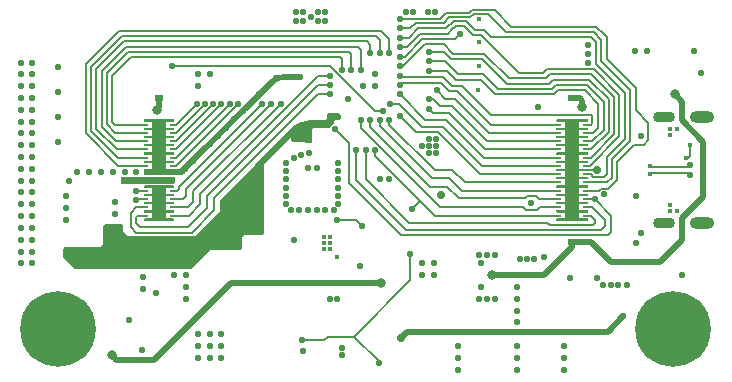
<source format=gbr>
%TF.GenerationSoftware,KiCad,Pcbnew,(6.0.9)*%
%TF.CreationDate,2022-12-01T07:32:15+10:00*%
%TF.ProjectId,NRF52Motherboard,4e524635-324d-46f7-9468-6572626f6172,rev?*%
%TF.SameCoordinates,Original*%
%TF.FileFunction,Copper,L4,Bot*%
%TF.FilePolarity,Positive*%
%FSLAX46Y46*%
G04 Gerber Fmt 4.6, Leading zero omitted, Abs format (unit mm)*
G04 Created by KiCad (PCBNEW (6.0.9)) date 2022-12-01 07:32:15*
%MOMM*%
%LPD*%
G01*
G04 APERTURE LIST*
%TA.AperFunction,ComponentPad*%
%ADD10C,6.400000*%
%TD*%
%TA.AperFunction,ComponentPad*%
%ADD11C,0.800000*%
%TD*%
%TA.AperFunction,ComponentPad*%
%ADD12O,2.050000X1.025000*%
%TD*%
%TA.AperFunction,ComponentPad*%
%ADD13O,1.850000X0.925000*%
%TD*%
%TA.AperFunction,SMDPad,CuDef*%
%ADD14R,0.405000X0.180000*%
%TD*%
%TA.AperFunction,SMDPad,CuDef*%
%ADD15R,0.760000X0.490000*%
%TD*%
%TA.AperFunction,ViaPad*%
%ADD16C,0.550000*%
%TD*%
%TA.AperFunction,ViaPad*%
%ADD17C,0.400000*%
%TD*%
%TA.AperFunction,ViaPad*%
%ADD18C,0.700000*%
%TD*%
%TA.AperFunction,ViaPad*%
%ADD19C,0.800000*%
%TD*%
%TA.AperFunction,Conductor*%
%ADD20C,0.180000*%
%TD*%
%TA.AperFunction,Conductor*%
%ADD21C,0.550000*%
%TD*%
%TA.AperFunction,Conductor*%
%ADD22C,0.500000*%
%TD*%
%TA.AperFunction,Conductor*%
%ADD23C,0.150000*%
%TD*%
%TA.AperFunction,Conductor*%
%ADD24C,0.200000*%
%TD*%
G04 APERTURE END LIST*
D10*
%TO.P,H2,1,1*%
%TO.N,GND*%
X74000000Y-123200000D03*
D11*
X74000000Y-125600000D03*
X76400000Y-123200000D03*
X72302944Y-124897056D03*
X71600000Y-123200000D03*
X75697056Y-124897056D03*
X74000000Y-120800000D03*
X72302944Y-121502944D03*
X75697056Y-121502944D03*
%TD*%
%TO.P,H4,1,1*%
%TO.N,GND*%
X128400000Y-123200000D03*
X126000000Y-125600000D03*
X124302944Y-124897056D03*
X127697056Y-124897056D03*
X126000000Y-120800000D03*
X123600000Y-123200000D03*
X127697056Y-121502944D03*
X124302944Y-121502944D03*
D10*
X126000000Y-123200000D03*
%TD*%
D12*
%TO.P,J3,S1,SHIELD*%
%TO.N,unconnected-(J3-PadS1)*%
X128500000Y-114150000D03*
%TO.P,J3,S2,SHIELD*%
X128500000Y-105250000D03*
D13*
%TO.P,J3,S3,SHIELD*%
X125300000Y-114150000D03*
%TO.P,J3,S4,SHIELD*%
X125300000Y-105250000D03*
%TD*%
D14*
%TO.P,J5,1,Pin_1*%
%TO.N,GND*%
X83597500Y-105500000D03*
%TO.P,J5,2,Pin_2*%
X81402500Y-105500000D03*
%TO.P,J5,3,Pin_3*%
%TO.N,P1.10*%
X83597500Y-105850000D03*
%TO.P,J5,4,Pin_4*%
%TO.N,P1.04*%
X81402500Y-105850000D03*
%TO.P,J5,5,Pin_5*%
%TO.N,GND*%
X83597500Y-106200000D03*
%TO.P,J5,6,Pin_6*%
X81402500Y-106200000D03*
%TO.P,J5,7,Pin_7*%
%TO.N,P1.11*%
X83597500Y-106550000D03*
%TO.P,J5,8,Pin_8*%
%TO.N,P1.06*%
X81402500Y-106550000D03*
%TO.P,J5,9,Pin_9*%
%TO.N,GND*%
X83597500Y-106900000D03*
%TO.P,J5,10,Pin_10*%
X81402500Y-106900000D03*
%TO.P,J5,11,Pin_11*%
%TO.N,P1.12*%
X83597500Y-107250000D03*
%TO.P,J5,12,Pin_12*%
%TO.N,P1.07*%
X81402500Y-107250000D03*
%TO.P,J5,13,Pin_13*%
%TO.N,GND*%
X83597500Y-107600000D03*
%TO.P,J5,14,Pin_14*%
X81402500Y-107600000D03*
%TO.P,J5,15,Pin_15*%
%TO.N,P1.13*%
X83597500Y-107950000D03*
%TO.P,J5,16,Pin_16*%
%TO.N,P1.05*%
X81402500Y-107950000D03*
%TO.P,J5,17,Pin_17*%
%TO.N,GND*%
X83597500Y-108300000D03*
%TO.P,J5,18,Pin_18*%
X81402500Y-108300000D03*
%TO.P,J5,19,Pin_19*%
%TO.N,P1.14*%
X83597500Y-108650000D03*
%TO.P,J5,20,Pin_20*%
%TO.N,P1.03*%
X81402500Y-108650000D03*
%TO.P,J5,21,Pin_21*%
%TO.N,GND*%
X83597500Y-109000000D03*
%TO.P,J5,22,Pin_22*%
X81402500Y-109000000D03*
%TO.P,J5,23,Pin_23*%
%TO.N,P1.15*%
X83597500Y-109350000D03*
%TO.P,J5,24,Pin_24*%
%TO.N,P1.01*%
X81402500Y-109350000D03*
%TO.P,J5,25,Pin_25*%
%TO.N,GND*%
X83597500Y-109700000D03*
%TO.P,J5,26,Pin_26*%
X81402500Y-109700000D03*
%TO.P,J5,27,Pin_27*%
X83597500Y-110050000D03*
%TO.P,J5,28,Pin_28*%
X81402500Y-110050000D03*
%TO.P,J5,29,Pin_29*%
%TO.N,3V3A*%
X83597500Y-110400000D03*
%TO.P,J5,30,Pin_30*%
X81402500Y-110400000D03*
%TO.P,J5,31,Pin_31*%
X83597500Y-110750000D03*
%TO.P,J5,32,Pin_32*%
X81402500Y-110750000D03*
%TO.P,J5,33,Pin_33*%
%TO.N,GND*%
X83597500Y-111100000D03*
%TO.P,J5,34,Pin_34*%
X81402500Y-111100000D03*
%TO.P,J5,35,Pin_35*%
%TO.N,AIN5*%
X83597500Y-111450000D03*
%TO.P,J5,36,Pin_36*%
%TO.N,AIN2*%
X81402500Y-111450000D03*
%TO.P,J5,37,Pin_37*%
%TO.N,GND*%
X83597500Y-111800000D03*
%TO.P,J5,38,Pin_38*%
X81402500Y-111800000D03*
%TO.P,J5,39,Pin_39*%
%TO.N,AIN7*%
X83597500Y-112150000D03*
%TO.P,J5,40,Pin_40*%
%TO.N,AIN3*%
X81402500Y-112150000D03*
%TO.P,J5,41,Pin_41*%
%TO.N,GND*%
X83597500Y-112500000D03*
%TO.P,J5,42,Pin_42*%
X81402500Y-112500000D03*
%TO.P,J5,43,Pin_43*%
%TO.N,AIN6*%
X83597500Y-112850000D03*
%TO.P,J5,44,Pin_44*%
%TO.N,AIN4*%
X81402500Y-112850000D03*
%TO.P,J5,45,Pin_45*%
%TO.N,GND*%
X83597500Y-113200000D03*
%TO.P,J5,46,Pin_46*%
X81402500Y-113200000D03*
%TO.P,J5,47,Pin_47*%
%TO.N,AIN1*%
X83597500Y-113550000D03*
%TO.P,J5,48,Pin_48*%
%TO.N,AIN0*%
X81402500Y-113550000D03*
%TO.P,J5,49,Pin_49*%
%TO.N,GND*%
X83597500Y-113900000D03*
%TO.P,J5,50,Pin_50*%
X81402500Y-113900000D03*
D15*
%TO.P,J5,51,Pin_51*%
X82500000Y-115780000D03*
%TO.P,J5,52,Pin_52*%
%TO.N,+3V3*%
X82500000Y-103620000D03*
%TD*%
D14*
%TO.P,J4,1,Pin_1*%
%TO.N,GND*%
X118597500Y-105500000D03*
%TO.P,J4,2,Pin_2*%
X116402500Y-105500000D03*
%TO.P,J4,3,Pin_3*%
%TO.N,P0.21*%
X118597500Y-105850000D03*
%TO.P,J4,4,Pin_4*%
%TO.N,P0.19*%
X116402500Y-105850000D03*
%TO.P,J4,5,Pin_5*%
%TO.N,GND*%
X118597500Y-106200000D03*
%TO.P,J4,6,Pin_6*%
X116402500Y-106200000D03*
%TO.P,J4,7,Pin_7*%
%TO.N,P0.20*%
X118597500Y-106550000D03*
%TO.P,J4,8,Pin_8*%
%TO.N,P0.17*%
X116402500Y-106550000D03*
%TO.P,J4,9,Pin_9*%
%TO.N,GND*%
X118597500Y-106900000D03*
%TO.P,J4,10,Pin_10*%
X116402500Y-106900000D03*
%TO.P,J4,11,Pin_11*%
%TO.N,P0.22*%
X118597500Y-107250000D03*
%TO.P,J4,12,Pin_12*%
%TO.N,P0.15*%
X116402500Y-107250000D03*
%TO.P,J4,13,Pin_13*%
%TO.N,GND*%
X118597500Y-107600000D03*
%TO.P,J4,14,Pin_14*%
X116402500Y-107600000D03*
%TO.P,J4,15,Pin_15*%
%TO.N,P0.24*%
X118597500Y-107950000D03*
%TO.P,J4,16,Pin_16*%
%TO.N,P0.13*%
X116402500Y-107950000D03*
%TO.P,J4,17,Pin_17*%
%TO.N,GND*%
X118597500Y-108300000D03*
%TO.P,J4,18,Pin_18*%
X116402500Y-108300000D03*
%TO.P,J4,19,Pin_19*%
%TO.N,P0.23*%
X118597500Y-108650000D03*
%TO.P,J4,20,Pin_20*%
%TO.N,~{NRF_RESET}*%
X116402500Y-108650000D03*
%TO.P,J4,21,Pin_21*%
%TO.N,GND*%
X118597500Y-109000000D03*
%TO.P,J4,22,Pin_22*%
X116402500Y-109000000D03*
%TO.P,J4,23,Pin_23*%
%TO.N,P0.25*%
X118597500Y-109350000D03*
%TO.P,J4,24,Pin_24*%
%TO.N,P0.16*%
X116402500Y-109350000D03*
%TO.P,J4,25,Pin_25*%
%TO.N,GND*%
X118597500Y-109700000D03*
%TO.P,J4,26,Pin_26*%
X116402500Y-109700000D03*
%TO.P,J4,27,Pin_27*%
%TO.N,P1.02*%
X118597500Y-110050000D03*
%TO.P,J4,28,Pin_28*%
%TO.N,P0.14*%
X116402500Y-110050000D03*
%TO.P,J4,29,Pin_29*%
%TO.N,GND*%
X118597500Y-110400000D03*
%TO.P,J4,30,Pin_30*%
X116402500Y-110400000D03*
%TO.P,J4,31,Pin_31*%
%TO.N,NFC1*%
X118597500Y-110750000D03*
%TO.P,J4,32,Pin_32*%
%TO.N,P0.12*%
X116402500Y-110750000D03*
%TO.P,J4,33,Pin_33*%
%TO.N,GND*%
X118597500Y-111100000D03*
%TO.P,J4,34,Pin_34*%
X116402500Y-111100000D03*
%TO.P,J4,35,Pin_35*%
%TO.N,NFC2*%
X118597500Y-111450000D03*
%TO.P,J4,36,Pin_36*%
%TO.N,P0.11*%
X116402500Y-111450000D03*
%TO.P,J4,37,Pin_37*%
%TO.N,GND*%
X118597500Y-111800000D03*
%TO.P,J4,38,Pin_38*%
X116402500Y-111800000D03*
%TO.P,J4,39,Pin_39*%
%TO.N,P0.26*%
X118597500Y-112150000D03*
%TO.P,J4,40,Pin_40*%
%TO.N,P1.08*%
X116402500Y-112150000D03*
%TO.P,J4,41,Pin_41*%
%TO.N,GND*%
X118597500Y-112500000D03*
%TO.P,J4,42,Pin_42*%
X116402500Y-112500000D03*
%TO.P,J4,43,Pin_43*%
%TO.N,SCL*%
X118597500Y-112850000D03*
%TO.P,J4,44,Pin_44*%
%TO.N,P0.07*%
X116402500Y-112850000D03*
%TO.P,J4,45,Pin_45*%
%TO.N,GND*%
X118597500Y-113200000D03*
%TO.P,J4,46,Pin_46*%
X116402500Y-113200000D03*
%TO.P,J4,47,Pin_47*%
%TO.N,SDA*%
X118597500Y-113550000D03*
%TO.P,J4,48,Pin_48*%
%TO.N,P1.09*%
X116402500Y-113550000D03*
%TO.P,J4,49,Pin_49*%
%TO.N,GND*%
X118597500Y-113900000D03*
%TO.P,J4,50,Pin_50*%
X116402500Y-113900000D03*
D15*
%TO.P,J4,51,Pin_51*%
%TO.N,VCC*%
X117500000Y-115780000D03*
%TO.P,J4,52,Pin_52*%
X117500000Y-103620000D03*
%TD*%
D16*
%TO.N,GND*%
X96000000Y-97100500D03*
X83800000Y-117600000D03*
X77800000Y-116600000D03*
X90300000Y-104000000D03*
X78800000Y-116600000D03*
X75800000Y-116600000D03*
X117200000Y-113125000D03*
X112800000Y-122600000D03*
X71800000Y-116600000D03*
X74600000Y-113900000D03*
X99500000Y-117820000D03*
X93700000Y-113100000D03*
X95200000Y-106400000D03*
X74600000Y-111900000D03*
X88200000Y-106100000D03*
X127800000Y-99600000D03*
X117800000Y-106275000D03*
X93450000Y-101800000D03*
X85800000Y-115600000D03*
X93900000Y-115600000D03*
X90800000Y-112600000D03*
X90800000Y-110600000D03*
D17*
X96500000Y-115400000D03*
D16*
X71800000Y-106600000D03*
X117200000Y-106275000D03*
X116800000Y-125600000D03*
X80600000Y-109900000D03*
X84800000Y-116600000D03*
X74900000Y-110600000D03*
X70800000Y-103600000D03*
X70800000Y-114600000D03*
X70800000Y-106600000D03*
X86800000Y-123600000D03*
X90800000Y-114600000D03*
X102000000Y-110500000D03*
X84800000Y-119600000D03*
X89800000Y-110600000D03*
X88900000Y-105400000D03*
X79800000Y-115600000D03*
X109600000Y-120584000D03*
X82800000Y-109875000D03*
X70800000Y-104600000D03*
X117800000Y-111925000D03*
X117800000Y-108675000D03*
X74000000Y-101000000D03*
X118800000Y-99900000D03*
X99800000Y-102600000D03*
X117200000Y-113725000D03*
X82800000Y-108675000D03*
X85800000Y-124600000D03*
X114600000Y-104400000D03*
X71800000Y-115600000D03*
X97000000Y-105200000D03*
X82800000Y-117600000D03*
X82800000Y-105675000D03*
X97700000Y-111200000D03*
X87800000Y-125600000D03*
X94100000Y-97100500D03*
X97600000Y-105200000D03*
X70800000Y-110600000D03*
X93450000Y-106800000D03*
X82200000Y-111900000D03*
X104800000Y-107700000D03*
X90800000Y-111600000D03*
X82200000Y-106275000D03*
X121400000Y-119400000D03*
X71800000Y-110600000D03*
X82200000Y-112500000D03*
X81150000Y-118737500D03*
X82200000Y-108675000D03*
X71800000Y-100600000D03*
X118800000Y-99100000D03*
X122900000Y-115900000D03*
X109600000Y-116900000D03*
X86800000Y-125600000D03*
X117200000Y-111325000D03*
X107800000Y-124600000D03*
X96000000Y-96300000D03*
X83800000Y-118600000D03*
X97700000Y-110500000D03*
X106000000Y-107700000D03*
X85800000Y-102600000D03*
X87500000Y-106800000D03*
D17*
X97000000Y-116400000D03*
D18*
X119600000Y-109700000D03*
D16*
X74000000Y-103100000D03*
X71800000Y-103600000D03*
D17*
X126350000Y-106200000D03*
D16*
X117800000Y-106875000D03*
X86800000Y-115600000D03*
X114300000Y-117200000D03*
X86800000Y-114600000D03*
X98000000Y-125350000D03*
X87800000Y-123600000D03*
X78800000Y-113400000D03*
D17*
X109600000Y-100900000D03*
D16*
X82200000Y-113700000D03*
X117200000Y-106875000D03*
X89800000Y-113600000D03*
X82800000Y-109275000D03*
X112800000Y-125600000D03*
X105300000Y-96300000D03*
X79950000Y-122437500D03*
X107800000Y-126600000D03*
X82800000Y-108075000D03*
X87800000Y-115600000D03*
X92450000Y-101950000D03*
X109800000Y-119600000D03*
D17*
X125750000Y-113200000D03*
D16*
X87800000Y-114600000D03*
X95350000Y-96750000D03*
X110300000Y-116900000D03*
D17*
X125750000Y-106200000D03*
D16*
X122900000Y-111900000D03*
X87800000Y-113600000D03*
X104800000Y-118600000D03*
X117200000Y-108075000D03*
X70800000Y-111600000D03*
X84700000Y-109600000D03*
X96600000Y-96300000D03*
X82200000Y-107475000D03*
X82800000Y-113100000D03*
X111000000Y-116900000D03*
X116800000Y-126600000D03*
X71800000Y-112600000D03*
X117800000Y-113125000D03*
X82800000Y-113700000D03*
X117800000Y-105675000D03*
X98500000Y-103700000D03*
X122100000Y-119400000D03*
X94400000Y-113100000D03*
X96300000Y-105800000D03*
X106000000Y-107100000D03*
X71800000Y-114600000D03*
X112800000Y-120600000D03*
X95100000Y-113100000D03*
D17*
X125750000Y-106700000D03*
D16*
X123300000Y-106800000D03*
X95200000Y-108300000D03*
X105400000Y-107100000D03*
X117200000Y-105675000D03*
D17*
X109600000Y-96900000D03*
D16*
X75600000Y-109900000D03*
X97300000Y-113100000D03*
X97700000Y-109800000D03*
X78800000Y-114600000D03*
X77800000Y-117600000D03*
X70800000Y-105600000D03*
D17*
X109550000Y-102900000D03*
D16*
X70800000Y-102600000D03*
X78600000Y-109900000D03*
X92750000Y-107500000D03*
X128400000Y-101500000D03*
X91700000Y-102600000D03*
D17*
X96500000Y-116400000D03*
D16*
X96600000Y-113100000D03*
X79600000Y-109900000D03*
X109800000Y-117600000D03*
X90800000Y-113600000D03*
X104800000Y-117600000D03*
X111000000Y-120584000D03*
X97700000Y-109100000D03*
X117200000Y-112525000D03*
X116800000Y-124600000D03*
X94100000Y-96300000D03*
X82800000Y-111900000D03*
X88800000Y-111600000D03*
X74000000Y-107300000D03*
X82800000Y-106875000D03*
X117800000Y-113725000D03*
X70800000Y-117600000D03*
X70800000Y-101600000D03*
X117800000Y-110725000D03*
X70800000Y-100600000D03*
X79800000Y-117600000D03*
D17*
X97000000Y-115900000D03*
D16*
X112800000Y-121600000D03*
X76800000Y-116600000D03*
X94500000Y-108400000D03*
X92050000Y-108200000D03*
X117200000Y-107475000D03*
X86800000Y-124600000D03*
D17*
X97000000Y-115400000D03*
D16*
X113100000Y-117200000D03*
X94700000Y-97100500D03*
X122800000Y-99600000D03*
X105800000Y-118600000D03*
X75800000Y-117600000D03*
X80800000Y-117600000D03*
X71800000Y-101600000D03*
X85800000Y-101600000D03*
X78800000Y-115600000D03*
D17*
X125750000Y-112700000D03*
D16*
X71800000Y-102600000D03*
X107800000Y-125600000D03*
X119600000Y-118800000D03*
D17*
X126350000Y-113200000D03*
D16*
X83800000Y-115600000D03*
X123300000Y-115000000D03*
X70800000Y-115600000D03*
X89800000Y-111600000D03*
X88800000Y-114600000D03*
X81150000Y-119737500D03*
X104000000Y-96300000D03*
X71800000Y-105600000D03*
X117800000Y-107475000D03*
X82200000Y-113100000D03*
X117800000Y-108075000D03*
X88800000Y-115600000D03*
X96600000Y-97100500D03*
X85400000Y-108900000D03*
D17*
X96500000Y-115900000D03*
D16*
X70800000Y-113600000D03*
X71800000Y-104600000D03*
X71800000Y-111600000D03*
X123800000Y-99600000D03*
X117800000Y-111325000D03*
X94200000Y-107000000D03*
X126800000Y-118600000D03*
X74000000Y-105200000D03*
X103400000Y-96300000D03*
X112800000Y-124600000D03*
X78800000Y-117600000D03*
X97700000Y-111900000D03*
X84800000Y-120600000D03*
X112800000Y-119600000D03*
X100800000Y-101600000D03*
X82800000Y-112500000D03*
X84800000Y-118600000D03*
X81800000Y-117600000D03*
X85800000Y-125600000D03*
X118800000Y-100600000D03*
X95150000Y-109500000D03*
X93300000Y-111900000D03*
X78800000Y-112400000D03*
X81050000Y-124937500D03*
X82200000Y-111300000D03*
X71800000Y-113600000D03*
X91350000Y-108900000D03*
X95200000Y-105800000D03*
D17*
X109600000Y-98900000D03*
D16*
X70800000Y-107600000D03*
X101200000Y-110500000D03*
X91000000Y-103300000D03*
X97600000Y-120600000D03*
X76800000Y-117600000D03*
X115075000Y-117025000D03*
X95850000Y-109500000D03*
X95900000Y-113100000D03*
X82250000Y-120137500D03*
X71800000Y-107600000D03*
X89800000Y-114600000D03*
X100800000Y-102600000D03*
X70800000Y-116600000D03*
X82200000Y-109875000D03*
X93300000Y-109800000D03*
X82200000Y-108075000D03*
X86100000Y-108200000D03*
X93300000Y-111200000D03*
X94150000Y-106100000D03*
X93300000Y-112600000D03*
X86800000Y-107500000D03*
X105400000Y-108300000D03*
X94687500Y-125000000D03*
X112800000Y-126600000D03*
X120200000Y-111769500D03*
X120800000Y-119400000D03*
X71800000Y-117600000D03*
X77600000Y-109900000D03*
D18*
X106350000Y-111800000D03*
D16*
X88800000Y-112600000D03*
X117800000Y-112525000D03*
X97700000Y-112600000D03*
X87800000Y-124600000D03*
X84800000Y-117600000D03*
X82200000Y-105675000D03*
X91350000Y-108900000D03*
X117200000Y-111925000D03*
X117200000Y-110725000D03*
X113700000Y-117200000D03*
X70800000Y-112600000D03*
X70800000Y-109600000D03*
X85800000Y-116600000D03*
X114000000Y-112500000D03*
X70800000Y-108600000D03*
X79800000Y-116600000D03*
X82200000Y-106875000D03*
X93300000Y-109100000D03*
X82800000Y-106275000D03*
X71800000Y-108600000D03*
X88800000Y-113600000D03*
X74800000Y-116600000D03*
X98012500Y-124750000D03*
X117300000Y-118800000D03*
X85800000Y-123600000D03*
X89600000Y-104700000D03*
X90800000Y-109600000D03*
X110300000Y-120584000D03*
X93900000Y-108700000D03*
D17*
X97600000Y-117100000D03*
D16*
X82200000Y-109275000D03*
X106000000Y-108300000D03*
X74600000Y-112900000D03*
X94700000Y-96300000D03*
X76600000Y-109900000D03*
X120100000Y-119400000D03*
X105900000Y-96300000D03*
X117200000Y-108675000D03*
X82800000Y-107475000D03*
X82800000Y-111300000D03*
X84800000Y-115600000D03*
X86800000Y-101600000D03*
X97000000Y-120600000D03*
X105800000Y-117600000D03*
X94450000Y-101800000D03*
X89800000Y-112600000D03*
X93300000Y-110500000D03*
X105400000Y-107700000D03*
X71800000Y-109600000D03*
D19*
%TO.N,VCC*%
X118318432Y-104325500D03*
X101300000Y-119300000D03*
X110700000Y-118600000D03*
X78500000Y-125400000D03*
X126200000Y-103300000D03*
D18*
%TO.N,+5V*%
X103000000Y-123900000D03*
D16*
X121800000Y-122100000D03*
D19*
%TO.N,+3V3*%
X82300000Y-104600000D03*
D16*
%TO.N,3V3A*%
X80600000Y-110575000D03*
X79600000Y-110575000D03*
%TO.N,NRF_SWO*%
X108009250Y-98153376D03*
X102900000Y-100100000D03*
%TO.N,~{NRF_RESET}*%
X102900000Y-103300000D03*
%TO.N,USB_CONN_D+*%
X127442735Y-109300000D03*
D17*
X124063613Y-109375000D03*
%TO.N,USB_CONN_D-*%
X124063613Y-110025000D03*
D16*
X127442735Y-110100000D03*
D17*
%TO.N,/CC2*%
X127500000Y-107600000D03*
X127100000Y-108700000D03*
D16*
%TO.N,SCL*%
X99200000Y-108000000D03*
%TO.N,SDA*%
X100000000Y-108000000D03*
%TO.N,AIN2*%
X80600000Y-111500000D03*
%TO.N,P1.09*%
X103900000Y-113000000D03*
X100800000Y-108000000D03*
%TO.N,P0.26*%
X97400000Y-106200000D03*
X119400000Y-112150000D03*
%TO.N,AIN3*%
X80600000Y-112200000D03*
%TO.N,P1.08*%
X100400000Y-105500000D03*
%TO.N,P0.11*%
X101200000Y-105500000D03*
%TO.N,P0.12*%
X102000000Y-105500000D03*
%TO.N,AIN6*%
X92800000Y-104100000D03*
%TO.N,AIN7*%
X92000000Y-104100000D03*
%TO.N,AIN5*%
X91200000Y-104100000D03*
%TO.N,P1.15*%
X89200000Y-104100000D03*
%TO.N,P1.13*%
X87800000Y-104100000D03*
%TO.N,P1.11*%
X86400000Y-104100000D03*
%TO.N,AIN4*%
X97000000Y-103300000D03*
%TO.N,AIN0*%
X97000000Y-102500000D03*
%TO.N,AIN1*%
X97000000Y-101700000D03*
%TO.N,P1.14*%
X88500000Y-104100000D03*
%TO.N,P1.12*%
X87100000Y-104100000D03*
%TO.N,P0.14*%
X102900000Y-105100000D03*
%TO.N,P0.19*%
X102900000Y-102500000D03*
%TO.N,P0.21*%
X102900000Y-101700000D03*
%TO.N,P0.23*%
X102900000Y-100900000D03*
%TO.N,P0.25*%
X102900000Y-99300000D03*
%TO.N,P1.02*%
X102900000Y-98500000D03*
%TO.N,NFC1*%
X102900000Y-97700000D03*
%TO.N,NFC2*%
X102900000Y-96900000D03*
%TO.N,P0.17*%
X106050000Y-102950000D03*
%TO.N,P0.20*%
X105400000Y-101300000D03*
%TO.N,P0.22*%
X105400000Y-100500000D03*
%TO.N,P0.24*%
X105400000Y-99700000D03*
%TO.N,P1.10*%
X85700000Y-104100000D03*
%TO.N,P1.04*%
X98000000Y-101200000D03*
%TO.N,P1.06*%
X98800000Y-101200000D03*
%TO.N,P1.07*%
X99600000Y-101200000D03*
%TO.N,P1.05*%
X100400000Y-99800000D03*
%TO.N,P1.03*%
X101200000Y-99800000D03*
%TO.N,P1.01*%
X102000000Y-99800000D03*
%TO.N,P0.16*%
X102100000Y-104100000D03*
%TO.N,P0.13*%
X105400000Y-104500000D03*
X101500000Y-104700000D03*
X83600000Y-100900000D03*
%TO.N,P0.15*%
X105400000Y-103700000D03*
%TO.N,P0.07*%
X99600000Y-105500000D03*
%TO.N,/P0.27*%
X99700000Y-114400000D03*
X97600000Y-113900000D03*
%TO.N,~{CHARGE}*%
X101150000Y-126000000D03*
X94612500Y-124100000D03*
X103750000Y-116800000D03*
%TD*%
D20*
%TO.N,/CC2*%
X127500000Y-107600000D02*
X127500000Y-108500000D01*
X127500000Y-108500000D02*
X127300000Y-108700000D01*
X127300000Y-108700000D02*
X127100000Y-108700000D01*
D21*
%TO.N,GND*%
X90800000Y-109600000D02*
X90800000Y-109452361D01*
X91400000Y-102900000D02*
X92075735Y-102224265D01*
X82800000Y-109875000D02*
X84425000Y-109875000D01*
X90800000Y-109452361D02*
X94107434Y-106144927D01*
D20*
X118597500Y-109700000D02*
X119600000Y-109700000D01*
D21*
X94450000Y-101800000D02*
X93100000Y-101800000D01*
X84478033Y-109821967D02*
X84900000Y-109400000D01*
X84425000Y-109875000D02*
X84900000Y-109400000D01*
X95050000Y-105800000D02*
X96400000Y-105800000D01*
X91400000Y-102900000D02*
X84900000Y-109400000D01*
X84350000Y-109875000D02*
X82800000Y-109875000D01*
X84478036Y-109821970D02*
G75*
G02*
X84420042Y-109863028I-173136J183070D01*
G01*
X93100000Y-101799992D02*
G75*
G03*
X92075735Y-102224265I0J-1448508D01*
G01*
X95050000Y-105800019D02*
G75*
G03*
X94107434Y-106144927I4100J-1471581D01*
G01*
D22*
%TO.N,VCC*%
X78900000Y-125800000D02*
X82100000Y-125800000D01*
X117500000Y-116200000D02*
X117500000Y-115780000D01*
X88600000Y-119300000D02*
X101300000Y-119300000D01*
X119080000Y-115780000D02*
X120800000Y-117500000D01*
X82100000Y-125800000D02*
X88600000Y-119300000D01*
X115100000Y-118600000D02*
X117500000Y-116200000D01*
X126800000Y-103900000D02*
X126200000Y-103300000D01*
X117500000Y-115780000D02*
X119080000Y-115780000D01*
X118120000Y-103620000D02*
X118318432Y-103818432D01*
X128600000Y-107300000D02*
X126800000Y-105500000D01*
X124900000Y-117500000D02*
X126800000Y-115600000D01*
X110700000Y-118600000D02*
X115100000Y-118600000D01*
X126800000Y-113800000D02*
X128600000Y-112000000D01*
X128600000Y-112000000D02*
X128600000Y-107300000D01*
X117500000Y-103620000D02*
X118120000Y-103620000D01*
X126800000Y-105500000D02*
X126800000Y-103900000D01*
X126800000Y-115600000D02*
X126800000Y-113800000D01*
X78500000Y-125400000D02*
X78900000Y-125800000D01*
X120800000Y-117500000D02*
X124900000Y-117500000D01*
X118318432Y-103818432D02*
X118318432Y-104325500D01*
%TO.N,+5V*%
X120500000Y-123400000D02*
X121800000Y-122100000D01*
X103000000Y-123900000D02*
X103500000Y-123400000D01*
X103500000Y-123400000D02*
X120500000Y-123400000D01*
D21*
%TO.N,+3V3*%
X82500000Y-104400000D02*
X82300000Y-104600000D01*
X82500000Y-103620000D02*
X82500000Y-104400000D01*
D23*
%TO.N,NRF_SWO*%
X107562626Y-98600000D02*
X108009250Y-98153376D01*
X102900000Y-100100000D02*
X103313604Y-100100000D01*
X103313604Y-100100000D02*
X104813604Y-98600000D01*
X104813604Y-98600000D02*
X107562626Y-98600000D01*
%TO.N,~{NRF_RESET}*%
X110250000Y-108650000D02*
X110300000Y-108650000D01*
X107973528Y-106625000D02*
X107973528Y-106626472D01*
X110300000Y-108650000D02*
X111050000Y-108650000D01*
X106798528Y-105450000D02*
X107973528Y-106625000D01*
X111050000Y-108650000D02*
X116402500Y-108650000D01*
X107973528Y-106626472D02*
X109473528Y-108126472D01*
X109997056Y-108650000D02*
X111050000Y-108650000D01*
X102900000Y-103300000D02*
X105050000Y-105450000D01*
X105050000Y-105450000D02*
X106798528Y-105450000D01*
X109473528Y-108126472D02*
X109997056Y-108650000D01*
X109997056Y-108650000D02*
X110300000Y-108650000D01*
D24*
%TO.N,USB_CONN_D+*%
X127442735Y-109300000D02*
X127267736Y-109474999D01*
X127267736Y-109474999D02*
X124163612Y-109474999D01*
X124163612Y-109474999D02*
X124063613Y-109375000D01*
%TO.N,USB_CONN_D-*%
X127442735Y-110100000D02*
X127267736Y-109925001D01*
X124163612Y-109925001D02*
X124063613Y-110025000D01*
X127267736Y-109925001D02*
X124163612Y-109925001D01*
D23*
%TO.N,SCL*%
X119150000Y-112850000D02*
X118597500Y-112850000D01*
X120250000Y-113950000D02*
X119150000Y-112850000D01*
X120250000Y-114450000D02*
X120250000Y-113950000D01*
X99200000Y-108000000D02*
X99200000Y-110550000D01*
X119950000Y-114750000D02*
X120250000Y-114450000D01*
X103400000Y-114750000D02*
X119950000Y-114750000D01*
X99200000Y-110550000D02*
X103400000Y-114750000D01*
%TO.N,SDA*%
X119400000Y-113900000D02*
X119400000Y-114150000D01*
X118597500Y-113550000D02*
X119050000Y-113550000D01*
X100000000Y-110500000D02*
X103650000Y-114150000D01*
X119050000Y-113550000D02*
X119200000Y-113700000D01*
X119250000Y-114350000D02*
X119400000Y-114200000D01*
X119200000Y-113700000D02*
X119400000Y-113900000D01*
X115400000Y-114150000D02*
X115600000Y-114350000D01*
X119400000Y-114150000D02*
X119400000Y-114200000D01*
X103650000Y-114150000D02*
X115400000Y-114150000D01*
X100000000Y-108000000D02*
X100000000Y-110500000D01*
X115600000Y-114350000D02*
X119250000Y-114350000D01*
%TO.N,AIN2*%
X81402500Y-111450000D02*
X80650000Y-111450000D01*
X80650000Y-111450000D02*
X80600000Y-111500000D01*
%TO.N,P1.09*%
X103900000Y-113000000D02*
X104600000Y-112300000D01*
X104600000Y-112300000D02*
X100800000Y-108500000D01*
X116402500Y-113550000D02*
X105850000Y-113550000D01*
X105850000Y-113550000D02*
X104600000Y-112300000D01*
X100800000Y-108500000D02*
X100800000Y-108000000D01*
%TO.N,P0.26*%
X103000000Y-115200000D02*
X98600000Y-110800000D01*
X120800000Y-114950000D02*
X120550000Y-115200000D01*
X98600000Y-107400000D02*
X97400000Y-106200000D01*
X118597500Y-112150000D02*
X119400000Y-112150000D01*
X120800000Y-113550000D02*
X120800000Y-114950000D01*
X120550000Y-115200000D02*
X103000000Y-115200000D01*
X119400000Y-112150000D02*
X120800000Y-113550000D01*
X98600000Y-110800000D02*
X98600000Y-107400000D01*
%TO.N,AIN3*%
X81402500Y-112150000D02*
X80650000Y-112150000D01*
X80650000Y-112150000D02*
X80600000Y-112200000D01*
%TO.N,P1.08*%
X100400000Y-106050000D02*
X105450000Y-111100000D01*
X113700000Y-111900000D02*
X114400000Y-111900000D01*
X107900000Y-112100000D02*
X113500000Y-112100000D01*
X113500000Y-112100000D02*
X113700000Y-111900000D01*
X114650000Y-112150000D02*
X116402500Y-112150000D01*
X106900000Y-111100000D02*
X107900000Y-112100000D01*
X114400000Y-111900000D02*
X114650000Y-112150000D01*
X105450000Y-111100000D02*
X106900000Y-111100000D01*
X100400000Y-105500000D02*
X100400000Y-106050000D01*
%TO.N,P0.11*%
X107100000Y-110400000D02*
X108150000Y-111450000D01*
X101200000Y-105950000D02*
X105650000Y-110400000D01*
X105650000Y-110400000D02*
X107100000Y-110400000D01*
X108150000Y-111450000D02*
X116402500Y-111450000D01*
X101200000Y-105500000D02*
X101200000Y-105950000D01*
%TO.N,P0.12*%
X108400000Y-110750000D02*
X116402500Y-110750000D01*
X102000000Y-105500000D02*
X102000000Y-105850000D01*
X107350000Y-109700000D02*
X108400000Y-110750000D01*
X105850000Y-109700000D02*
X107350000Y-109700000D01*
X102000000Y-105850000D02*
X105850000Y-109700000D01*
%TO.N,AIN6*%
X92800000Y-104100000D02*
X85400000Y-111500000D01*
X85400000Y-111725000D02*
X85400000Y-112400000D01*
X85400000Y-112400000D02*
X84950000Y-112850000D01*
X84950000Y-112850000D02*
X83597500Y-112850000D01*
X85400000Y-111500000D02*
X85400000Y-111725000D01*
%TO.N,AIN7*%
X84550000Y-112150000D02*
X84800000Y-111900000D01*
X83797500Y-112150000D02*
X84550000Y-112150000D01*
X84800000Y-111900000D02*
X84800000Y-111500000D01*
X92000000Y-104100000D02*
X84800000Y-111300000D01*
X84800000Y-111300000D02*
X84800000Y-111500000D01*
%TO.N,AIN5*%
X84200000Y-111300000D02*
X84050000Y-111450000D01*
X84200000Y-111200000D02*
X84200000Y-111300000D01*
X91200000Y-104100000D02*
X84200000Y-111100000D01*
X84200000Y-111100000D02*
X84200000Y-111200000D01*
X84050000Y-111450000D02*
X83597500Y-111450000D01*
%TO.N,P1.15*%
X83950000Y-109350000D02*
X89200000Y-104100000D01*
X83597500Y-109350000D02*
X83950000Y-109350000D01*
%TO.N,P1.13*%
X87800000Y-104100000D02*
X83950000Y-107950000D01*
X83950000Y-107950000D02*
X83597500Y-107950000D01*
%TO.N,P1.11*%
X83950000Y-106550000D02*
X83597500Y-106550000D01*
X86400000Y-104100000D02*
X83950000Y-106550000D01*
%TO.N,AIN4*%
X80600000Y-115000000D02*
X80100000Y-114500000D01*
X96000000Y-103300000D02*
X87200000Y-112100000D01*
X85300000Y-115000000D02*
X80600000Y-115000000D01*
X80100000Y-113300000D02*
X80550000Y-112850000D01*
X87200000Y-112100000D02*
X87200000Y-113100000D01*
X80550000Y-112850000D02*
X81402500Y-112850000D01*
X97000000Y-103300000D02*
X96000000Y-103300000D01*
X80100000Y-114500000D02*
X80100000Y-113300000D01*
X87200000Y-113100000D02*
X85300000Y-115000000D01*
%TO.N,AIN0*%
X86600000Y-112900000D02*
X85000000Y-114500000D01*
X97000000Y-102500000D02*
X96000000Y-102500000D01*
X85000000Y-114500000D02*
X80900000Y-114500000D01*
X80750000Y-113550000D02*
X81402500Y-113550000D01*
X86600000Y-111900000D02*
X86600000Y-112900000D01*
X80900000Y-114500000D02*
X80600000Y-114200000D01*
X80600000Y-113700000D02*
X80750000Y-113550000D01*
X96000000Y-102500000D02*
X86600000Y-111900000D01*
X80600000Y-114200000D02*
X80600000Y-113700000D01*
%TO.N,AIN1*%
X86000000Y-112600000D02*
X85050000Y-113550000D01*
X96000000Y-101700000D02*
X86000000Y-111700000D01*
X97000000Y-101700000D02*
X96000000Y-101700000D01*
X85050000Y-113550000D02*
X83597500Y-113550000D01*
X86000000Y-111700000D02*
X86000000Y-112600000D01*
%TO.N,P1.14*%
X88500000Y-104100000D02*
X83950000Y-108650000D01*
X83950000Y-108650000D02*
X83597500Y-108650000D01*
%TO.N,P1.12*%
X83950000Y-107250000D02*
X83597500Y-107250000D01*
X87100000Y-104100000D02*
X83950000Y-107250000D01*
%TO.N,P0.14*%
X104250000Y-106450000D02*
X102900000Y-105100000D01*
X116402500Y-110050000D02*
X109700000Y-110050000D01*
X106100000Y-106450000D02*
X104250000Y-106450000D01*
X109700000Y-110050000D02*
X106100000Y-106450000D01*
%TO.N,P0.19*%
X107850000Y-103101472D02*
X109444112Y-104695584D01*
X107100000Y-103050000D02*
X107800000Y-103050000D01*
X107800000Y-103050000D02*
X107850000Y-103100000D01*
X110592640Y-105850000D02*
X116402500Y-105850000D01*
X107850000Y-103100000D02*
X107850000Y-103101472D01*
X109444112Y-104695584D02*
X109444112Y-104701472D01*
X106400000Y-102350000D02*
X107100000Y-103050000D01*
X102900000Y-102500000D02*
X103050000Y-102350000D01*
X109444112Y-104701472D02*
X110592640Y-105850000D01*
X103050000Y-102350000D02*
X106400000Y-102350000D01*
%TO.N,P0.21*%
X119050000Y-105850000D02*
X119200000Y-105700000D01*
X119200000Y-105700000D02*
X119200000Y-105100000D01*
X107300000Y-102600000D02*
X106550000Y-101850000D01*
X119200000Y-105100000D02*
X119100000Y-105000000D01*
X119100000Y-105000000D02*
X110600000Y-105000000D01*
X118597500Y-105850000D02*
X119050000Y-105850000D01*
X102900000Y-101700000D02*
X103050000Y-101850000D01*
X110600000Y-105000000D02*
X108200000Y-102600000D01*
X108200000Y-102600000D02*
X107300000Y-102600000D01*
X103050000Y-101850000D02*
X106150000Y-101850000D01*
X106550000Y-101850000D02*
X106150000Y-101850000D01*
%TO.N,P0.23*%
X119114310Y-101600000D02*
X121050000Y-103535690D01*
X119059188Y-108650000D02*
X118597500Y-108650000D01*
X115600000Y-101600000D02*
X119114310Y-101600000D01*
X121050000Y-103535690D02*
X121050000Y-106659188D01*
X110061396Y-99875000D02*
X112136396Y-101950000D01*
X121050000Y-106659188D02*
X119059188Y-108650000D01*
X112136396Y-101950000D02*
X115250000Y-101950000D01*
X107425000Y-99875000D02*
X110061396Y-99875000D01*
X102900000Y-100900000D02*
X103150000Y-100900000D01*
X105000000Y-99050000D02*
X106600000Y-99050000D01*
X115250000Y-101950000D02*
X115600000Y-101600000D01*
X106600000Y-99050000D02*
X107425000Y-99875000D01*
X103150000Y-100900000D02*
X105000000Y-99050000D01*
%TO.N,P0.25*%
X107350000Y-97800000D02*
X107000000Y-98150000D01*
X115400000Y-101150000D02*
X119300000Y-101150000D01*
X103477208Y-99300000D02*
X102900000Y-99300000D01*
X107450000Y-97700000D02*
X107646624Y-97503376D01*
X113013173Y-101500000D02*
X115050000Y-101500000D01*
X107350000Y-97800000D02*
X107450000Y-97700000D01*
X109813173Y-98300000D02*
X113013173Y-101500000D01*
X108303376Y-97503376D02*
X109100000Y-98300000D01*
X109100000Y-98300000D02*
X109813173Y-98300000D01*
X107646624Y-97503376D02*
X107350000Y-97800000D01*
X118597500Y-109350000D02*
X118950000Y-109350000D01*
X119300000Y-101150000D02*
X121500000Y-103350000D01*
X115050000Y-101500000D02*
X115400000Y-101150000D01*
X107803376Y-97503376D02*
X108303376Y-97503376D01*
X119000000Y-109350000D02*
X118597500Y-109350000D01*
X121500000Y-106850000D02*
X119000000Y-109350000D01*
X107000000Y-98150000D02*
X104627208Y-98150000D01*
X104627208Y-98150000D02*
X103477208Y-99300000D01*
X121500000Y-103350000D02*
X121500000Y-106850000D01*
X107803376Y-97503376D02*
X107646624Y-97503376D01*
%TO.N,P1.02*%
X109300000Y-97850000D02*
X110000000Y-97850000D01*
X119500000Y-100700000D02*
X121950000Y-103150000D01*
X104440812Y-97700000D02*
X106813604Y-97700000D01*
X103640812Y-98500000D02*
X104440812Y-97700000D01*
X120400000Y-110000000D02*
X120150000Y-110250000D01*
X119100000Y-98450000D02*
X119500000Y-98850000D01*
X107463604Y-97050000D02*
X108500000Y-97050000D01*
X119500000Y-98850000D02*
X119500000Y-100700000D01*
X119050000Y-110050000D02*
X118597500Y-110050000D01*
X121950000Y-107050000D02*
X120400000Y-108600000D01*
X119250000Y-110250000D02*
X119050000Y-110050000D01*
X120150000Y-110250000D02*
X119250000Y-110250000D01*
X110600000Y-98450000D02*
X119100000Y-98450000D01*
X120400000Y-108600000D02*
X120400000Y-110000000D01*
X106813604Y-97700000D02*
X107463604Y-97050000D01*
X121950000Y-103150000D02*
X121950000Y-107050000D01*
X110000000Y-97850000D02*
X110600000Y-98450000D01*
X108500000Y-97050000D02*
X109300000Y-97850000D01*
X102900000Y-98500000D02*
X103640812Y-98500000D01*
%TO.N,NFC1*%
X108850000Y-96750000D02*
X109150000Y-96450000D01*
X119300000Y-98000000D02*
X111900000Y-98000000D01*
X110350000Y-96450000D02*
X110950000Y-97050000D01*
X122400000Y-102950000D02*
X119950000Y-100500000D01*
X122400000Y-107250000D02*
X122400000Y-102950000D01*
X103804416Y-97700000D02*
X104254416Y-97250000D01*
X102900000Y-97700000D02*
X103804416Y-97700000D01*
X120850000Y-110350000D02*
X120850000Y-108800000D01*
X119950000Y-98650000D02*
X119300000Y-98000000D01*
X120850000Y-108800000D02*
X122400000Y-107250000D01*
X104254416Y-97250000D02*
X106600000Y-97250000D01*
X119950000Y-100500000D02*
X119950000Y-98650000D01*
X110950000Y-97050000D02*
X110775000Y-96875000D01*
X110100000Y-96450000D02*
X110350000Y-96450000D01*
X111900000Y-98000000D02*
X110950000Y-97050000D01*
X109150000Y-96450000D02*
X110100000Y-96450000D01*
X118597500Y-110750000D02*
X120450000Y-110750000D01*
X107100000Y-96750000D02*
X108850000Y-96750000D01*
X106600000Y-97250000D02*
X107100000Y-96750000D01*
X120450000Y-110750000D02*
X120850000Y-110350000D01*
X110350000Y-96450000D02*
X110775000Y-96875000D01*
%TO.N,NFC2*%
X109000000Y-96150000D02*
X108750000Y-96400000D01*
X123950000Y-105700000D02*
X122875000Y-104625000D01*
X122875000Y-104625000D02*
X122875000Y-102775000D01*
X123550000Y-107550000D02*
X123950000Y-107150000D01*
X121300000Y-110550000D02*
X120550000Y-111300000D01*
X120400000Y-100300000D02*
X120400000Y-98450000D01*
X122750000Y-107550000D02*
X123550000Y-107550000D01*
X119900000Y-111300000D02*
X120450000Y-111300000D01*
X119750000Y-111450000D02*
X119900000Y-111300000D01*
X120550000Y-111300000D02*
X120450000Y-111300000D01*
X121300000Y-109850000D02*
X121300000Y-109000000D01*
X119500000Y-97550000D02*
X120150000Y-98200000D01*
X120400000Y-98450000D02*
X120150000Y-98200000D01*
X121300000Y-109000000D02*
X122750000Y-107550000D01*
X118400000Y-97550000D02*
X119500000Y-97550000D01*
X118597500Y-111450000D02*
X119750000Y-111450000D01*
X106300000Y-96900000D02*
X102900000Y-96900000D01*
X108750000Y-96400000D02*
X106800000Y-96400000D01*
X106800000Y-96400000D02*
X106300000Y-96900000D01*
X122875000Y-102775000D02*
X120400000Y-100300000D01*
X121300000Y-109850000D02*
X121300000Y-110550000D01*
X123950000Y-107150000D02*
X123950000Y-105700000D01*
X118400000Y-97550000D02*
X112350000Y-97550000D01*
X112350000Y-97550000D02*
X110950000Y-96150000D01*
X110950000Y-96150000D02*
X109000000Y-96150000D01*
%TO.N,P0.17*%
X106050000Y-102950000D02*
X106750000Y-103650000D01*
X108844112Y-104944112D02*
X108844112Y-104950000D01*
X107550000Y-103650000D02*
X108844112Y-104944112D01*
X108844112Y-104950000D02*
X110444112Y-106550000D01*
X106750000Y-103650000D02*
X107550000Y-103650000D01*
X110444112Y-106550000D02*
X116402500Y-106550000D01*
%TO.N,P0.20*%
X119700000Y-104100000D02*
X118550000Y-102950000D01*
X105400000Y-101300000D02*
X106900000Y-101300000D01*
X119250000Y-106550000D02*
X119700000Y-106100000D01*
X119250000Y-106550000D02*
X118597500Y-106550000D01*
X115950000Y-103300000D02*
X116300000Y-102950000D01*
X119700000Y-106100000D02*
X119700000Y-104100000D01*
X109750000Y-102050000D02*
X111000000Y-103300000D01*
X111000000Y-103300000D02*
X115950000Y-103300000D01*
X107650000Y-102050000D02*
X109750000Y-102050000D01*
X118550000Y-102950000D02*
X116300000Y-102950000D01*
X106900000Y-101300000D02*
X107650000Y-102050000D01*
%TO.N,P0.22*%
X105400000Y-100500000D02*
X106736396Y-100500000D01*
X120150000Y-106286396D02*
X119186396Y-107250000D01*
X111186396Y-102850000D02*
X115750000Y-102850000D01*
X118736396Y-102500000D02*
X120150000Y-103913604D01*
X119100000Y-107250000D02*
X118597500Y-107250000D01*
X115750000Y-102850000D02*
X116100000Y-102500000D01*
X116100000Y-102500000D02*
X118736396Y-102500000D01*
X119186396Y-107250000D02*
X119100000Y-107250000D01*
X109936396Y-101600000D02*
X111186396Y-102850000D01*
X107836396Y-101600000D02*
X109936396Y-101600000D01*
X120150000Y-103913604D02*
X120150000Y-106286396D01*
X106736396Y-100500000D02*
X107836396Y-101600000D01*
%TO.N,P0.24*%
X115850000Y-102050000D02*
X118928620Y-102050000D01*
X109875000Y-100325000D02*
X111950000Y-102400000D01*
X111950000Y-102400000D02*
X115500000Y-102400000D01*
X115500000Y-102400000D02*
X115850000Y-102050000D01*
X106600000Y-99700000D02*
X107225000Y-100325000D01*
X118928620Y-102050000D02*
X120600000Y-103721380D01*
X120600000Y-103721380D02*
X120600000Y-106472792D01*
X105400000Y-99700000D02*
X106600000Y-99700000D01*
X107225000Y-100325000D02*
X109875000Y-100325000D01*
X120600000Y-106472792D02*
X119122792Y-107950000D01*
X119122792Y-107950000D02*
X118597500Y-107950000D01*
%TO.N,P1.10*%
X83950000Y-105850000D02*
X83597500Y-105850000D01*
X85700000Y-104100000D02*
X83950000Y-105850000D01*
%TO.N,P1.04*%
X98000000Y-100300000D02*
X98000000Y-101200000D01*
X78551000Y-105600000D02*
X78551000Y-101749000D01*
X97866841Y-100166841D02*
X98000000Y-100300000D01*
X80133159Y-100166841D02*
X97866841Y-100166841D01*
X81402500Y-105850000D02*
X78801000Y-105850000D01*
X78551000Y-101749000D02*
X80133159Y-100166841D01*
X78801000Y-105850000D02*
X78551000Y-105600000D01*
%TO.N,P1.06*%
X81402500Y-106550000D02*
X80450000Y-106550000D01*
X78101000Y-105840812D02*
X78101000Y-101505474D01*
X98600000Y-99716841D02*
X98800000Y-99916841D01*
X78810188Y-106550000D02*
X78101000Y-105840812D01*
X78101000Y-101505474D02*
X79889633Y-99716841D01*
X79889633Y-99716841D02*
X98600000Y-99716841D01*
X98800000Y-99916841D02*
X98800000Y-101200000D01*
X80450000Y-106550000D02*
X78810188Y-106550000D01*
%TO.N,P1.07*%
X99600000Y-101200000D02*
X99600000Y-99500000D01*
X78873792Y-107250000D02*
X81402500Y-107250000D01*
X77651000Y-106027208D02*
X78873792Y-107250000D01*
X99600000Y-99500000D02*
X99366841Y-99266841D01*
X77651000Y-101319078D02*
X77651000Y-106027208D01*
X79703237Y-99266841D02*
X77651000Y-101319078D01*
X99366841Y-99266841D02*
X79703237Y-99266841D01*
%TO.N,P1.05*%
X77201000Y-106213604D02*
X77201000Y-101132682D01*
X81402500Y-107950000D02*
X79650000Y-107950000D01*
X100400000Y-99100000D02*
X100400000Y-99800000D01*
X78937396Y-107950000D02*
X77201000Y-106213604D01*
X77201000Y-101132682D02*
X79516841Y-98816841D01*
X79650000Y-107950000D02*
X78937396Y-107950000D01*
X79516841Y-98816841D02*
X100116841Y-98816841D01*
X100116841Y-98816841D02*
X100400000Y-99100000D01*
%TO.N,P1.03*%
X101200000Y-98700000D02*
X100850000Y-98350000D01*
X79347286Y-98350000D02*
X76751000Y-100946286D01*
X76751000Y-106400000D02*
X79001000Y-108650000D01*
X79001000Y-108650000D02*
X81402500Y-108650000D01*
X101200000Y-99800000D02*
X101200000Y-98700000D01*
X76751000Y-100946286D02*
X76751000Y-106400000D01*
X100850000Y-98350000D02*
X79347286Y-98350000D01*
%TO.N,P1.01*%
X102000000Y-99800000D02*
X102000000Y-98600000D01*
X102000000Y-98600000D02*
X101300000Y-97900000D01*
X79160890Y-97900000D02*
X76300999Y-100759891D01*
X79050000Y-109350000D02*
X81402500Y-109350000D01*
X76300999Y-100759891D02*
X76301000Y-106601000D01*
X101300000Y-97900000D02*
X79160890Y-97900000D01*
X76301000Y-106601000D02*
X79050000Y-109350000D01*
%TO.N,P0.16*%
X106550000Y-106050000D02*
X104750000Y-106050000D01*
X102800000Y-104100000D02*
X102100000Y-104100000D01*
X104750000Y-106050000D02*
X102800000Y-104100000D01*
X116402500Y-109350000D02*
X109850000Y-109350000D01*
X109850000Y-109350000D02*
X106550000Y-106050000D01*
%TO.N,P0.13*%
X109423528Y-107226472D02*
X110147056Y-107950000D01*
X111100000Y-107950000D02*
X116402500Y-107950000D01*
X100800000Y-104700000D02*
X101500000Y-104700000D01*
X107047056Y-104850000D02*
X109423528Y-107226472D01*
X110500000Y-107950000D02*
X111100000Y-107950000D01*
X83600000Y-100900000D02*
X97000000Y-100900000D01*
X110147056Y-107950000D02*
X110500000Y-107950000D01*
X105750000Y-104850000D02*
X107047056Y-104850000D01*
X110450000Y-107950000D02*
X110500000Y-107950000D01*
X97000000Y-100900000D02*
X100800000Y-104700000D01*
X110147056Y-107950000D02*
X111100000Y-107950000D01*
X105400000Y-104500000D02*
X105750000Y-104850000D01*
%TO.N,P0.15*%
X105400000Y-103700000D02*
X105731371Y-103700000D01*
X107295584Y-104250000D02*
X108122792Y-105077208D01*
X106281371Y-104250000D02*
X106400000Y-104250000D01*
X105731371Y-103700000D02*
X106281371Y-104250000D01*
X106400000Y-104250000D02*
X107295584Y-104250000D01*
X110295584Y-107250000D02*
X108050000Y-105004416D01*
X116402500Y-107250000D02*
X110295584Y-107250000D01*
%TO.N,P0.07*%
X99600000Y-106150000D02*
X99600000Y-105500000D01*
X113600000Y-113100000D02*
X113350000Y-112850000D01*
X116402500Y-112850000D02*
X114750000Y-112850000D01*
X113350000Y-112850000D02*
X106300000Y-112850000D01*
X114750000Y-112850000D02*
X114500000Y-113100000D01*
X106300000Y-112850000D02*
X99600000Y-106150000D01*
X114500000Y-113100000D02*
X113600000Y-113100000D01*
%TO.N,/P0.27*%
X99200000Y-113900000D02*
X99700000Y-114400000D01*
X97600000Y-113900000D02*
X99200000Y-113900000D01*
D24*
%TO.N,~{CHARGE}*%
X101150000Y-125900000D02*
X99050000Y-123800000D01*
X94612500Y-124100000D02*
X96512500Y-124100000D01*
X96812500Y-123800000D02*
X99000000Y-123800000D01*
X101150000Y-126000000D02*
X101150000Y-125900000D01*
X96512500Y-124100000D02*
X96812500Y-123800000D01*
D23*
X103750000Y-119050000D02*
X99000000Y-123800000D01*
X103750000Y-116800000D02*
X103750000Y-119050000D01*
%TD*%
%TA.AperFunction,Conductor*%
%TO.N,GND*%
G36*
X91259237Y-108796882D02*
G01*
X91289611Y-108809464D01*
X91337204Y-108844043D01*
X91358556Y-108869044D01*
X91385261Y-108921457D01*
X91396518Y-108968343D01*
X91400000Y-108997759D01*
X91400000Y-114987590D01*
X91397579Y-115012171D01*
X91389666Y-115051953D01*
X91370852Y-115097374D01*
X91355345Y-115120582D01*
X91320582Y-115155345D01*
X91297374Y-115170852D01*
X91251953Y-115189666D01*
X91212171Y-115197579D01*
X91187590Y-115200000D01*
X89700000Y-115200000D01*
X89500000Y-115400000D01*
X89500000Y-116287590D01*
X89497579Y-116312171D01*
X89489666Y-116351953D01*
X89470852Y-116397374D01*
X89455345Y-116420582D01*
X89420582Y-116455345D01*
X89397374Y-116470852D01*
X89351953Y-116489666D01*
X89312171Y-116497579D01*
X89287590Y-116500000D01*
X86800000Y-116500000D01*
X85267356Y-118032644D01*
X85248269Y-118048310D01*
X85214530Y-118070853D01*
X85169112Y-118089666D01*
X85152498Y-118092970D01*
X85129327Y-118097579D01*
X85104747Y-118100000D01*
X75495253Y-118100000D01*
X75470673Y-118097579D01*
X75447502Y-118092970D01*
X75430888Y-118089666D01*
X75385470Y-118070853D01*
X75351731Y-118048310D01*
X75332644Y-118032644D01*
X74467356Y-117167356D01*
X74451690Y-117148269D01*
X74429147Y-117114530D01*
X74410334Y-117069111D01*
X74402421Y-117029327D01*
X74400000Y-117004747D01*
X74400000Y-116412410D01*
X74402421Y-116387829D01*
X74410334Y-116348047D01*
X74429148Y-116302626D01*
X74444655Y-116279418D01*
X74479418Y-116244655D01*
X74502626Y-116229148D01*
X74548047Y-116210334D01*
X74587829Y-116202421D01*
X74612410Y-116200000D01*
X77600000Y-116200000D01*
X77800000Y-116000000D01*
X77800000Y-114512410D01*
X77802421Y-114487829D01*
X77810334Y-114448047D01*
X77829148Y-114402626D01*
X77844655Y-114379418D01*
X77879418Y-114344655D01*
X77902626Y-114329148D01*
X77948047Y-114310334D01*
X77987829Y-114302421D01*
X78012410Y-114300000D01*
X79287590Y-114300000D01*
X79312171Y-114302421D01*
X79351953Y-114310334D01*
X79397374Y-114329148D01*
X79420582Y-114344655D01*
X79455345Y-114379418D01*
X79470852Y-114402626D01*
X79489666Y-114448047D01*
X79497579Y-114487829D01*
X79500000Y-114512410D01*
X79500000Y-114900000D01*
X79900000Y-115300000D01*
X85600000Y-115300000D01*
X87700000Y-113200000D01*
X87700000Y-112295253D01*
X87702421Y-112270673D01*
X87710334Y-112230889D01*
X87729147Y-112185470D01*
X87751690Y-112151731D01*
X87767356Y-112132644D01*
X91048031Y-108851969D01*
X91071292Y-108833631D01*
X91112406Y-108808437D01*
X91168353Y-108790259D01*
X91201130Y-108787679D01*
X91259237Y-108796882D01*
G37*
%TD.AperFunction*%
%TD*%
%TA.AperFunction,Conductor*%
%TO.N,GND*%
G36*
X97706038Y-104901201D02*
G01*
X97764343Y-104912799D01*
X97786871Y-104922129D01*
X97831087Y-104951674D01*
X97848326Y-104968913D01*
X97877870Y-105013127D01*
X97887202Y-105035658D01*
X97898799Y-105093962D01*
X97900000Y-105106155D01*
X97900000Y-105293845D01*
X97898799Y-105306038D01*
X97887202Y-105364342D01*
X97877871Y-105386871D01*
X97848326Y-105431087D01*
X97831087Y-105448326D01*
X97786871Y-105477871D01*
X97764343Y-105487201D01*
X97706038Y-105498799D01*
X97693845Y-105500000D01*
X97400000Y-105500000D01*
X97300000Y-105600000D01*
X97300000Y-105786730D01*
X97281694Y-105830924D01*
X97265876Y-105842417D01*
X97174155Y-105889151D01*
X97089151Y-105974155D01*
X97075983Y-106000000D01*
X97042418Y-106065874D01*
X97006044Y-106096941D01*
X96986730Y-106100000D01*
X95600000Y-106100000D01*
X95500000Y-106200000D01*
X95500000Y-107223133D01*
X95498799Y-107235327D01*
X95489430Y-107282425D01*
X95480098Y-107304953D01*
X95456907Y-107339662D01*
X95439662Y-107356907D01*
X95404953Y-107380098D01*
X95382425Y-107389430D01*
X95335327Y-107398799D01*
X95323133Y-107400000D01*
X94976867Y-107400000D01*
X94964673Y-107398799D01*
X94917575Y-107389430D01*
X94895046Y-107380098D01*
X94850000Y-107350000D01*
X94800000Y-107300000D01*
X93906155Y-107300000D01*
X93893962Y-107298799D01*
X93835657Y-107287201D01*
X93813129Y-107277871D01*
X93768913Y-107248326D01*
X93751674Y-107231087D01*
X93722129Y-107186871D01*
X93712798Y-107164342D01*
X93701201Y-107106038D01*
X93700000Y-107093845D01*
X93700000Y-106788998D01*
X93701201Y-106776804D01*
X93712799Y-106718499D01*
X93722131Y-106695970D01*
X93755160Y-106646538D01*
X93762933Y-106637067D01*
X94251245Y-106148755D01*
X94258600Y-106142460D01*
X94296691Y-106114667D01*
X94313857Y-106105833D01*
X94358610Y-106090992D01*
X94368008Y-106088665D01*
X94391342Y-106084776D01*
X94900000Y-106000000D01*
X94900000Y-105706155D01*
X94901201Y-105693962D01*
X94912798Y-105635658D01*
X94922130Y-105613127D01*
X94930724Y-105600266D01*
X94951674Y-105568913D01*
X94968913Y-105551674D01*
X95013129Y-105522129D01*
X95035657Y-105512799D01*
X95093962Y-105501201D01*
X95106155Y-105500000D01*
X96600000Y-105500000D01*
X96700000Y-105400000D01*
X96700000Y-105106155D01*
X96701201Y-105093962D01*
X96712798Y-105035658D01*
X96722130Y-105013127D01*
X96751674Y-104968913D01*
X96768913Y-104951674D01*
X96813129Y-104922129D01*
X96835657Y-104912799D01*
X96893962Y-104901201D01*
X96906155Y-104900000D01*
X97693845Y-104900000D01*
X97706038Y-104901201D01*
G37*
%TD.AperFunction*%
%TD*%
%TA.AperFunction,Conductor*%
%TO.N,GND*%
G36*
X83705651Y-105402341D02*
G01*
X83758944Y-105424415D01*
X83775585Y-105441056D01*
X83795126Y-105488232D01*
X83795126Y-105511768D01*
X83775585Y-105558944D01*
X83758944Y-105575585D01*
X83705651Y-105597659D01*
X83693885Y-105600000D01*
X83100000Y-105600000D01*
X83100000Y-106100000D01*
X83693885Y-106100000D01*
X83705651Y-106102341D01*
X83758944Y-106124415D01*
X83775585Y-106141056D01*
X83795126Y-106188232D01*
X83795126Y-106211768D01*
X83775585Y-106258944D01*
X83758944Y-106275585D01*
X83705651Y-106297659D01*
X83693885Y-106300000D01*
X83100000Y-106300000D01*
X83100000Y-106800000D01*
X83693885Y-106800000D01*
X83705651Y-106802341D01*
X83758944Y-106824415D01*
X83775585Y-106841056D01*
X83795126Y-106888232D01*
X83795126Y-106911768D01*
X83775585Y-106958944D01*
X83758944Y-106975585D01*
X83705651Y-106997659D01*
X83693885Y-107000000D01*
X83100000Y-107000000D01*
X83100000Y-107500000D01*
X83693885Y-107500000D01*
X83705651Y-107502341D01*
X83758944Y-107524415D01*
X83775585Y-107541056D01*
X83795126Y-107588232D01*
X83795126Y-107611768D01*
X83775585Y-107658944D01*
X83758944Y-107675585D01*
X83705651Y-107697659D01*
X83693885Y-107700000D01*
X83100000Y-107700000D01*
X83100000Y-108200000D01*
X83693885Y-108200000D01*
X83705651Y-108202341D01*
X83758944Y-108224415D01*
X83775585Y-108241056D01*
X83795126Y-108288232D01*
X83795126Y-108311768D01*
X83775585Y-108358944D01*
X83758944Y-108375585D01*
X83705651Y-108397659D01*
X83693885Y-108400000D01*
X83100000Y-108400000D01*
X83100000Y-108900000D01*
X83693885Y-108900000D01*
X83705651Y-108902341D01*
X83758944Y-108924415D01*
X83775585Y-108941056D01*
X83795126Y-108988232D01*
X83795126Y-109011768D01*
X83775585Y-109058944D01*
X83758944Y-109075585D01*
X83705651Y-109097659D01*
X83693885Y-109100000D01*
X83100000Y-109100000D01*
X83100000Y-109600000D01*
X83693885Y-109600000D01*
X83705651Y-109602341D01*
X83758944Y-109624415D01*
X83775585Y-109641056D01*
X83797659Y-109694349D01*
X83800000Y-109706115D01*
X83800000Y-110043885D01*
X83797659Y-110055651D01*
X83775585Y-110108944D01*
X83758944Y-110125585D01*
X83705651Y-110147659D01*
X83693885Y-110150000D01*
X81306115Y-110150000D01*
X81294349Y-110147659D01*
X81241056Y-110125585D01*
X81224415Y-110108944D01*
X81202341Y-110055651D01*
X81200000Y-110043885D01*
X81200000Y-109706115D01*
X81202341Y-109694349D01*
X81224415Y-109641056D01*
X81241056Y-109624415D01*
X81294349Y-109602341D01*
X81306115Y-109600000D01*
X81900000Y-109600000D01*
X81900000Y-109100000D01*
X81306115Y-109100000D01*
X81294349Y-109097659D01*
X81241056Y-109075585D01*
X81224415Y-109058944D01*
X81204874Y-109011768D01*
X81204874Y-108988232D01*
X81224415Y-108941056D01*
X81241056Y-108924415D01*
X81294349Y-108902341D01*
X81306115Y-108900000D01*
X81900000Y-108900000D01*
X81900000Y-108400000D01*
X81306115Y-108400000D01*
X81294349Y-108397659D01*
X81241056Y-108375585D01*
X81224415Y-108358944D01*
X81204874Y-108311768D01*
X81204874Y-108288232D01*
X81224415Y-108241056D01*
X81241056Y-108224415D01*
X81294349Y-108202341D01*
X81306115Y-108200000D01*
X81900000Y-108200000D01*
X81900000Y-107700000D01*
X81306115Y-107700000D01*
X81294349Y-107697659D01*
X81241056Y-107675585D01*
X81224415Y-107658944D01*
X81204874Y-107611768D01*
X81204874Y-107588232D01*
X81224415Y-107541056D01*
X81241056Y-107524415D01*
X81294349Y-107502341D01*
X81306115Y-107500000D01*
X81900000Y-107500000D01*
X81900000Y-107000000D01*
X81306115Y-107000000D01*
X81294349Y-106997659D01*
X81241056Y-106975585D01*
X81224415Y-106958944D01*
X81204874Y-106911768D01*
X81204874Y-106888232D01*
X81224415Y-106841056D01*
X81241056Y-106824415D01*
X81294349Y-106802341D01*
X81306115Y-106800000D01*
X81900000Y-106800000D01*
X81900000Y-106300000D01*
X81306115Y-106300000D01*
X81294349Y-106297659D01*
X81241056Y-106275585D01*
X81224415Y-106258944D01*
X81204874Y-106211768D01*
X81204874Y-106188232D01*
X81224415Y-106141056D01*
X81241056Y-106124415D01*
X81294349Y-106102341D01*
X81306115Y-106100000D01*
X81900000Y-106100000D01*
X81900000Y-105600000D01*
X81306115Y-105600000D01*
X81294349Y-105597659D01*
X81241056Y-105575585D01*
X81224415Y-105558944D01*
X81204874Y-105511768D01*
X81204874Y-105488232D01*
X81224415Y-105441056D01*
X81241056Y-105424415D01*
X81294349Y-105402341D01*
X81306115Y-105400000D01*
X83693885Y-105400000D01*
X83705651Y-105402341D01*
G37*
%TD.AperFunction*%
%TD*%
%TA.AperFunction,Conductor*%
%TO.N,3V3A*%
G36*
X83805651Y-110302341D02*
G01*
X83823588Y-110309771D01*
X83840229Y-110326412D01*
X83847659Y-110344349D01*
X83850000Y-110356117D01*
X83850000Y-110793883D01*
X83847659Y-110805651D01*
X83840229Y-110823588D01*
X83823588Y-110840229D01*
X83805651Y-110847659D01*
X83793883Y-110850000D01*
X79356117Y-110850000D01*
X79344349Y-110847659D01*
X79326412Y-110840229D01*
X79309771Y-110823588D01*
X79302341Y-110805651D01*
X79300000Y-110793883D01*
X79300000Y-110356117D01*
X79302341Y-110344349D01*
X79309771Y-110326412D01*
X79326412Y-110309771D01*
X79344349Y-110302341D01*
X79356117Y-110300000D01*
X83793883Y-110300000D01*
X83805651Y-110302341D01*
G37*
%TD.AperFunction*%
%TD*%
%TA.AperFunction,Conductor*%
%TO.N,GND*%
G36*
X118805651Y-105402341D02*
G01*
X118823588Y-105409771D01*
X118840229Y-105426412D01*
X118847659Y-105444349D01*
X118850000Y-105456117D01*
X118850000Y-105543883D01*
X118847659Y-105555651D01*
X118840229Y-105573588D01*
X118823588Y-105590229D01*
X118805651Y-105597659D01*
X118793883Y-105600000D01*
X118100000Y-105600000D01*
X118100000Y-106100000D01*
X118793883Y-106100000D01*
X118805651Y-106102341D01*
X118823588Y-106109771D01*
X118840229Y-106126412D01*
X118847659Y-106144349D01*
X118850000Y-106156117D01*
X118850000Y-106243883D01*
X118847659Y-106255651D01*
X118840229Y-106273588D01*
X118823588Y-106290229D01*
X118805651Y-106297659D01*
X118793883Y-106300000D01*
X118100000Y-106300000D01*
X118100000Y-106800000D01*
X118793883Y-106800000D01*
X118805651Y-106802341D01*
X118823588Y-106809771D01*
X118840229Y-106826412D01*
X118847659Y-106844349D01*
X118850000Y-106856117D01*
X118850000Y-106943883D01*
X118847659Y-106955651D01*
X118840229Y-106973588D01*
X118823588Y-106990229D01*
X118805651Y-106997659D01*
X118793883Y-107000000D01*
X118100000Y-107000000D01*
X118100000Y-107500000D01*
X118793883Y-107500000D01*
X118805651Y-107502341D01*
X118823588Y-107509771D01*
X118840229Y-107526412D01*
X118847659Y-107544349D01*
X118850000Y-107556117D01*
X118850000Y-107643883D01*
X118847659Y-107655651D01*
X118840229Y-107673588D01*
X118823588Y-107690229D01*
X118805651Y-107697659D01*
X118793883Y-107700000D01*
X118100000Y-107700000D01*
X118100000Y-108200000D01*
X118793883Y-108200000D01*
X118805651Y-108202341D01*
X118823588Y-108209771D01*
X118840229Y-108226412D01*
X118847659Y-108244349D01*
X118850000Y-108256117D01*
X118850000Y-108343883D01*
X118847659Y-108355651D01*
X118840229Y-108373588D01*
X118823588Y-108390229D01*
X118805651Y-108397659D01*
X118793883Y-108400000D01*
X118100000Y-108400000D01*
X118100000Y-108900000D01*
X118793883Y-108900000D01*
X118805651Y-108902341D01*
X118823588Y-108909771D01*
X118840229Y-108926412D01*
X118847659Y-108944349D01*
X118850000Y-108956117D01*
X118850000Y-109043883D01*
X118847659Y-109055651D01*
X118840229Y-109073588D01*
X118823588Y-109090229D01*
X118805651Y-109097659D01*
X118793883Y-109100000D01*
X118100000Y-109100000D01*
X118100000Y-109600000D01*
X118793883Y-109600000D01*
X118805651Y-109602341D01*
X118823588Y-109609771D01*
X118840229Y-109626412D01*
X118847659Y-109644349D01*
X118850000Y-109656117D01*
X118850000Y-109743883D01*
X118847659Y-109755651D01*
X118840229Y-109773588D01*
X118823588Y-109790229D01*
X118805651Y-109797659D01*
X118793883Y-109800000D01*
X118100000Y-109800000D01*
X118100000Y-110300000D01*
X118793883Y-110300000D01*
X118805651Y-110302341D01*
X118823588Y-110309771D01*
X118840229Y-110326412D01*
X118847659Y-110344349D01*
X118850000Y-110356117D01*
X118850000Y-110443883D01*
X118847659Y-110455651D01*
X118840229Y-110473588D01*
X118823588Y-110490229D01*
X118805651Y-110497659D01*
X118793883Y-110500000D01*
X118100000Y-110500000D01*
X118100000Y-111000000D01*
X118793883Y-111000000D01*
X118805651Y-111002341D01*
X118823588Y-111009771D01*
X118840229Y-111026412D01*
X118847659Y-111044349D01*
X118850000Y-111056117D01*
X118850000Y-111143883D01*
X118847659Y-111155651D01*
X118840229Y-111173588D01*
X118823588Y-111190229D01*
X118805651Y-111197659D01*
X118793883Y-111200000D01*
X118100000Y-111200000D01*
X118100000Y-111700000D01*
X118793883Y-111700000D01*
X118805651Y-111702341D01*
X118823588Y-111709771D01*
X118840229Y-111726412D01*
X118847659Y-111744349D01*
X118850000Y-111756117D01*
X118850000Y-111843883D01*
X118847659Y-111855651D01*
X118840229Y-111873588D01*
X118823588Y-111890229D01*
X118805651Y-111897659D01*
X118793883Y-111900000D01*
X118100000Y-111900000D01*
X118100000Y-112400000D01*
X118793883Y-112400000D01*
X118805651Y-112402341D01*
X118823588Y-112409771D01*
X118840229Y-112426412D01*
X118847659Y-112444349D01*
X118850000Y-112456117D01*
X118850000Y-112543883D01*
X118847659Y-112555651D01*
X118840229Y-112573588D01*
X118823588Y-112590229D01*
X118805651Y-112597659D01*
X118793883Y-112600000D01*
X118100000Y-112600000D01*
X118100000Y-113100000D01*
X118793883Y-113100000D01*
X118805651Y-113102341D01*
X118823588Y-113109771D01*
X118840229Y-113126412D01*
X118847659Y-113144349D01*
X118850000Y-113156117D01*
X118850000Y-113243883D01*
X118847659Y-113255651D01*
X118840229Y-113273588D01*
X118823588Y-113290229D01*
X118805651Y-113297659D01*
X118793883Y-113300000D01*
X118100000Y-113300000D01*
X118100000Y-113800000D01*
X118793883Y-113800000D01*
X118805651Y-113802341D01*
X118823588Y-113809771D01*
X118840229Y-113826412D01*
X118847659Y-113844349D01*
X118850000Y-113856117D01*
X118850000Y-113943883D01*
X118847659Y-113955651D01*
X118840229Y-113973588D01*
X118823588Y-113990229D01*
X118805651Y-113997659D01*
X118793883Y-114000000D01*
X116206117Y-114000000D01*
X116194349Y-113997659D01*
X116176412Y-113990229D01*
X116159771Y-113973588D01*
X116152341Y-113955651D01*
X116150000Y-113943883D01*
X116150000Y-113856117D01*
X116152341Y-113844349D01*
X116159771Y-113826412D01*
X116176412Y-113809771D01*
X116194349Y-113802341D01*
X116206117Y-113800000D01*
X116900000Y-113800000D01*
X116900000Y-113300000D01*
X116206117Y-113300000D01*
X116194349Y-113297659D01*
X116176412Y-113290229D01*
X116159771Y-113273588D01*
X116152341Y-113255651D01*
X116150000Y-113243883D01*
X116150000Y-113156117D01*
X116152341Y-113144349D01*
X116159771Y-113126412D01*
X116176412Y-113109771D01*
X116194349Y-113102341D01*
X116206117Y-113100000D01*
X116900000Y-113100000D01*
X116900000Y-112600000D01*
X116206117Y-112600000D01*
X116194349Y-112597659D01*
X116176412Y-112590229D01*
X116159771Y-112573588D01*
X116152341Y-112555651D01*
X116150000Y-112543883D01*
X116150000Y-112456117D01*
X116152341Y-112444349D01*
X116159771Y-112426412D01*
X116176412Y-112409771D01*
X116194349Y-112402341D01*
X116206117Y-112400000D01*
X116900000Y-112400000D01*
X116900000Y-111900000D01*
X116206117Y-111900000D01*
X116194349Y-111897659D01*
X116176412Y-111890229D01*
X116159771Y-111873588D01*
X116152341Y-111855651D01*
X116150000Y-111843883D01*
X116150000Y-111756117D01*
X116152341Y-111744349D01*
X116159771Y-111726412D01*
X116176412Y-111709771D01*
X116194349Y-111702341D01*
X116206117Y-111700000D01*
X116900000Y-111700000D01*
X116900000Y-111200000D01*
X116206117Y-111200000D01*
X116194349Y-111197659D01*
X116176412Y-111190229D01*
X116159771Y-111173588D01*
X116152341Y-111155651D01*
X116150000Y-111143883D01*
X116150000Y-111056117D01*
X116152341Y-111044349D01*
X116159771Y-111026412D01*
X116176412Y-111009771D01*
X116194349Y-111002341D01*
X116206117Y-111000000D01*
X116900000Y-111000000D01*
X116900000Y-110500000D01*
X116206117Y-110500000D01*
X116194349Y-110497659D01*
X116176412Y-110490229D01*
X116159771Y-110473588D01*
X116152341Y-110455651D01*
X116150000Y-110443883D01*
X116150000Y-110356117D01*
X116152341Y-110344349D01*
X116159771Y-110326412D01*
X116176412Y-110309771D01*
X116194349Y-110302341D01*
X116206117Y-110300000D01*
X116900000Y-110300000D01*
X116900000Y-109800000D01*
X116206117Y-109800000D01*
X116194349Y-109797659D01*
X116176412Y-109790229D01*
X116159771Y-109773588D01*
X116152341Y-109755651D01*
X116150000Y-109743883D01*
X116150000Y-109656117D01*
X116152341Y-109644349D01*
X116159771Y-109626412D01*
X116176412Y-109609771D01*
X116194349Y-109602341D01*
X116206117Y-109600000D01*
X116900000Y-109600000D01*
X116900000Y-109100000D01*
X116206117Y-109100000D01*
X116194349Y-109097659D01*
X116176412Y-109090229D01*
X116159771Y-109073588D01*
X116152341Y-109055651D01*
X116150000Y-109043883D01*
X116150000Y-108956117D01*
X116152341Y-108944349D01*
X116159771Y-108926412D01*
X116176412Y-108909771D01*
X116194349Y-108902341D01*
X116206117Y-108900000D01*
X116900000Y-108900000D01*
X116900000Y-108400000D01*
X116206117Y-108400000D01*
X116194349Y-108397659D01*
X116176412Y-108390229D01*
X116159771Y-108373588D01*
X116152341Y-108355651D01*
X116150000Y-108343883D01*
X116150000Y-108256117D01*
X116152341Y-108244349D01*
X116159771Y-108226412D01*
X116176412Y-108209771D01*
X116194349Y-108202341D01*
X116206117Y-108200000D01*
X116900000Y-108200000D01*
X116900000Y-107700000D01*
X116206117Y-107700000D01*
X116194349Y-107697659D01*
X116176412Y-107690229D01*
X116159771Y-107673588D01*
X116152341Y-107655651D01*
X116150000Y-107643883D01*
X116150000Y-107556117D01*
X116152341Y-107544349D01*
X116159771Y-107526412D01*
X116176412Y-107509771D01*
X116194349Y-107502341D01*
X116206117Y-107500000D01*
X116900000Y-107500000D01*
X116900000Y-107000000D01*
X116206117Y-107000000D01*
X116194349Y-106997659D01*
X116176412Y-106990229D01*
X116159771Y-106973588D01*
X116152341Y-106955651D01*
X116150000Y-106943883D01*
X116150000Y-106856117D01*
X116152341Y-106844349D01*
X116159771Y-106826412D01*
X116176412Y-106809771D01*
X116194349Y-106802341D01*
X116206117Y-106800000D01*
X116900000Y-106800000D01*
X116900000Y-106300000D01*
X116206117Y-106300000D01*
X116194349Y-106297659D01*
X116176412Y-106290229D01*
X116159771Y-106273588D01*
X116152341Y-106255651D01*
X116150000Y-106243883D01*
X116150000Y-106156117D01*
X116152341Y-106144349D01*
X116159771Y-106126412D01*
X116176412Y-106109771D01*
X116194349Y-106102341D01*
X116206117Y-106100000D01*
X116900000Y-106100000D01*
X116900000Y-105600000D01*
X116206117Y-105600000D01*
X116194349Y-105597659D01*
X116176412Y-105590229D01*
X116159771Y-105573588D01*
X116152341Y-105555651D01*
X116150000Y-105543883D01*
X116150000Y-105456117D01*
X116152341Y-105444349D01*
X116159771Y-105426412D01*
X116176412Y-105409771D01*
X116194349Y-105402341D01*
X116206117Y-105400000D01*
X118793883Y-105400000D01*
X118805651Y-105402341D01*
G37*
%TD.AperFunction*%
%TD*%
%TA.AperFunction,Conductor*%
%TO.N,GND*%
G36*
X83705651Y-111002341D02*
G01*
X83758944Y-111024415D01*
X83775585Y-111041056D01*
X83795126Y-111088232D01*
X83795126Y-111111768D01*
X83775585Y-111158944D01*
X83758944Y-111175585D01*
X83705651Y-111197659D01*
X83693885Y-111200000D01*
X83100000Y-111200000D01*
X83100000Y-111700000D01*
X83693885Y-111700000D01*
X83705651Y-111702341D01*
X83758944Y-111724415D01*
X83775585Y-111741056D01*
X83795126Y-111788232D01*
X83795126Y-111811768D01*
X83775585Y-111858944D01*
X83758944Y-111875585D01*
X83705651Y-111897659D01*
X83693885Y-111900000D01*
X83100000Y-111900000D01*
X83100000Y-112400000D01*
X83693885Y-112400000D01*
X83705651Y-112402341D01*
X83758944Y-112424415D01*
X83775585Y-112441056D01*
X83795126Y-112488232D01*
X83795126Y-112511768D01*
X83775585Y-112558944D01*
X83758944Y-112575585D01*
X83705651Y-112597659D01*
X83693885Y-112600000D01*
X83100000Y-112600000D01*
X83100000Y-113100000D01*
X83693885Y-113100000D01*
X83705651Y-113102341D01*
X83758944Y-113124415D01*
X83775585Y-113141056D01*
X83795126Y-113188232D01*
X83795126Y-113211768D01*
X83775585Y-113258944D01*
X83758944Y-113275585D01*
X83705651Y-113297659D01*
X83693885Y-113300000D01*
X83100000Y-113300000D01*
X83100000Y-113800000D01*
X83693885Y-113800000D01*
X83705651Y-113802341D01*
X83758944Y-113824415D01*
X83775585Y-113841056D01*
X83795126Y-113888232D01*
X83795126Y-113911768D01*
X83775585Y-113958944D01*
X83758944Y-113975585D01*
X83705651Y-113997659D01*
X83693885Y-114000000D01*
X81306115Y-114000000D01*
X81294349Y-113997659D01*
X81241056Y-113975585D01*
X81224415Y-113958944D01*
X81204874Y-113911768D01*
X81204874Y-113888232D01*
X81224415Y-113841056D01*
X81241056Y-113824415D01*
X81294349Y-113802341D01*
X81306115Y-113800000D01*
X81900000Y-113800000D01*
X81900000Y-113300000D01*
X81306115Y-113300000D01*
X81294349Y-113297659D01*
X81241056Y-113275585D01*
X81224415Y-113258944D01*
X81204874Y-113211768D01*
X81204874Y-113188232D01*
X81224415Y-113141056D01*
X81241056Y-113124415D01*
X81294349Y-113102341D01*
X81306115Y-113100000D01*
X81900000Y-113100000D01*
X81900000Y-112600000D01*
X81306115Y-112600000D01*
X81294349Y-112597659D01*
X81241056Y-112575585D01*
X81224415Y-112558944D01*
X81204874Y-112511768D01*
X81204874Y-112488232D01*
X81224415Y-112441056D01*
X81241056Y-112424415D01*
X81294349Y-112402341D01*
X81306115Y-112400000D01*
X81900000Y-112400000D01*
X81900000Y-111900000D01*
X81306115Y-111900000D01*
X81294349Y-111897659D01*
X81241056Y-111875585D01*
X81224415Y-111858944D01*
X81204874Y-111811768D01*
X81204874Y-111788232D01*
X81224415Y-111741056D01*
X81241056Y-111724415D01*
X81294349Y-111702341D01*
X81306115Y-111700000D01*
X81900000Y-111700000D01*
X81900000Y-111200000D01*
X81306115Y-111200000D01*
X81294349Y-111197659D01*
X81241056Y-111175585D01*
X81224415Y-111158944D01*
X81204874Y-111111768D01*
X81204874Y-111088232D01*
X81224415Y-111041056D01*
X81241056Y-111024415D01*
X81294349Y-111002341D01*
X81306115Y-111000000D01*
X83693885Y-111000000D01*
X83705651Y-111002341D01*
G37*
%TD.AperFunction*%
%TD*%
M02*

</source>
